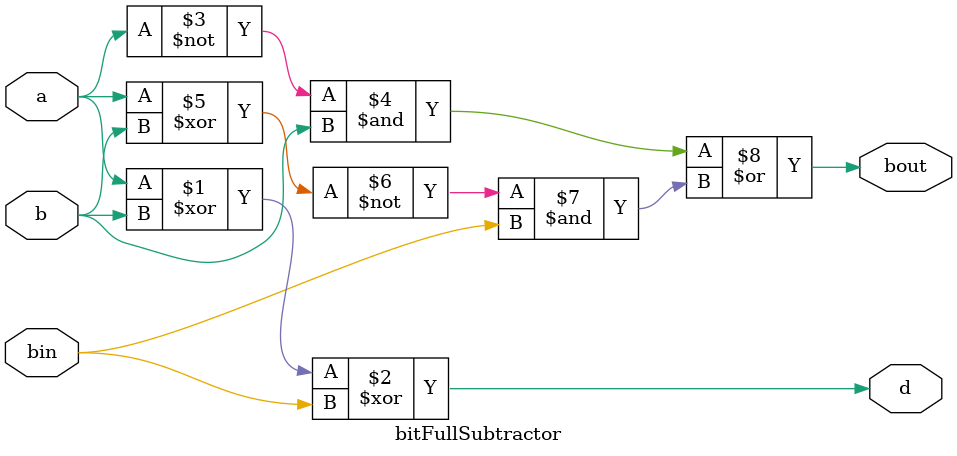
<source format=sv>
`timescale 1ns / 1ps


module bitFullSubtractor(input a,input b,input bin,output d, output bout);

  assign d = a ^ b ^ bin;
  assign bout = (~a&b) | ~(a ^ b) & bin;
endmodule


</source>
